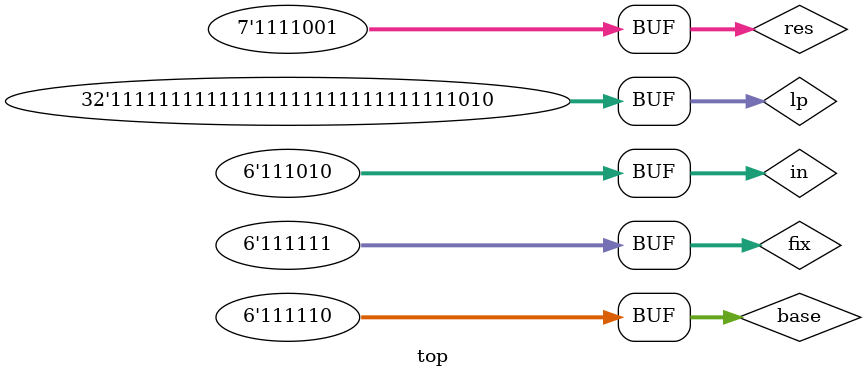
<source format=v>

module top;
  integer lp;

  wire signed [5:0] in = lp[5:0];

  // If these two are combined "$signed({1'b0,in[5]})" then this will work
  // as expected.
  wire [5:0] #1 base = (in + (in >>> 2)) >>> 2;
  wire signed [5:0] #1 fix = base + in[5];

//  wire [5:0] base; // If this is missing the program will core dump!
//  wire signed [5:0] #1 fix = ((in + (in >>> 2)) >>> 2) + $signed({1'b0,in[5]});

  wire [6:0] #1 res = in + fix;

  always @(*) $display("%0d: %d %d %d %d", $time, $signed(in), $signed(base),
                       $signed(fix), $signed(res));
  // It appears that the final calculation event is being lost for fix == -1.
  initial begin
    lp = -7;
    #5 lp = -5;
    #1 lp = -6;
    #5 if ($signed(res) !== -7) $display("FAILED");
    else $display("PASSED");
  end
endmodule

</source>
